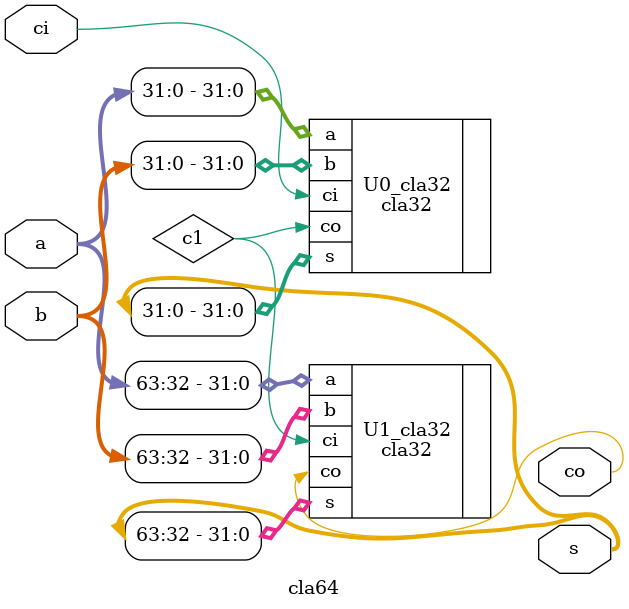
<source format=v>
module cla64(a,b,ci,s,co); //[Lab09]32bits CLA
	input [63:0] a,b;	//a+b+ci = s, co
	input ci;
	output [63:0] s;
	output co;
	wire c1;
	
	//instance of cla32
	cla32 U0_cla32(.a(a[31:0]),.b(b[31:0]),.ci(ci),.s(s[31:0]),.co(c1));
	cla32 U1_cla32(.a(a[63:32]),.b(b[63:32]),.ci(c1),.s(s[63:32]),.co(co));
endmodule
</source>
